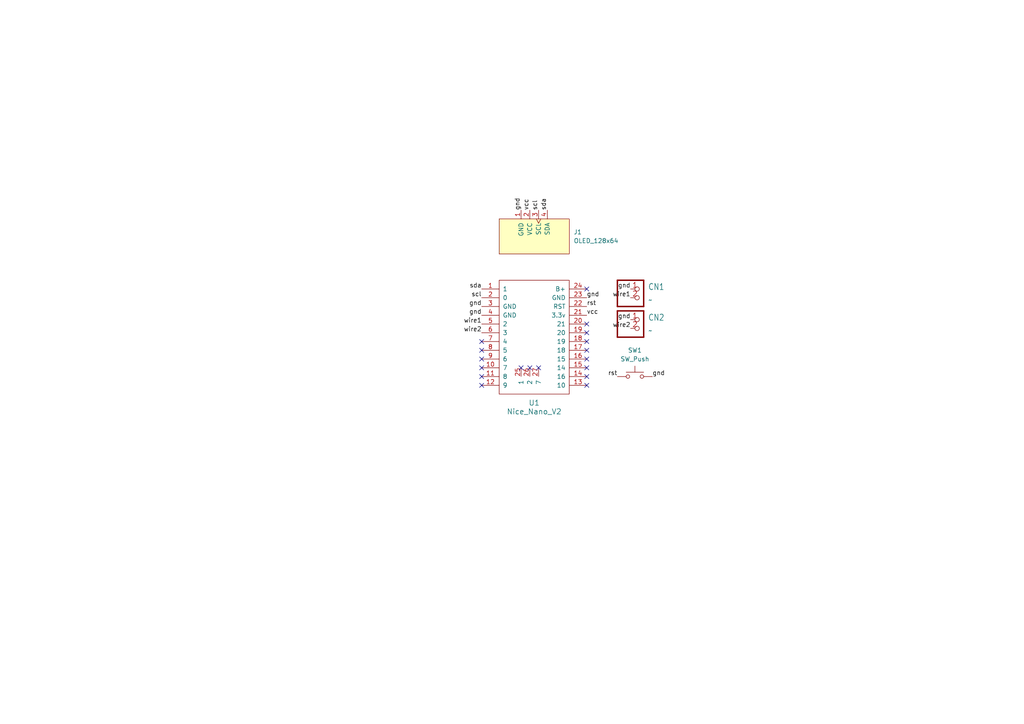
<source format=kicad_sch>
(kicad_sch
	(version 20250114)
	(generator "eeschema")
	(generator_version "9.0")
	(uuid "52272a0d-6122-4d84-a444-ef7548688311")
	(paper "A4")
	(lib_symbols
		(symbol "Adafruit USB C microlipo charger-eagle-import:JST_2PIN"
			(exclude_from_sim no)
			(in_bom yes)
			(on_board yes)
			(property "Reference" "CN"
				(at -6.35 5.715 0)
				(effects
					(font
						(size 1.778 1.5113)
					)
					(justify left bottom)
				)
			)
			(property "Value" ""
				(at -6.35 -5.08 0)
				(effects
					(font
						(size 1.778 1.5113)
					)
					(justify left bottom)
				)
			)
			(property "Footprint" "Adafruit USB C microlipo charger:JSTPH2"
				(at 0 0 0)
				(effects
					(font
						(size 1.27 1.27)
					)
					(hide yes)
				)
			)
			(property "Datasheet" ""
				(at 0 0 0)
				(effects
					(font
						(size 1.27 1.27)
					)
					(hide yes)
				)
			)
			(property "Description" "JST 2-Pin Right-Angle Connector\n\n• PH-Series - 4UConnector: 17311\n• SH-Series - 4UConnector: 07278"
				(at 0 0 0)
				(effects
					(font
						(size 1.27 1.27)
					)
					(hide yes)
				)
			)
			(property "ki_locked" ""
				(at 0 0 0)
				(effects
					(font
						(size 1.27 1.27)
					)
				)
			)
			(symbol "JST_2PIN_1_0"
				(polyline
					(pts
						(xy -6.35 5.08) (xy -6.35 -2.54)
					)
					(stroke
						(width 0.4064)
						(type solid)
					)
					(fill
						(type none)
					)
				)
				(polyline
					(pts
						(xy -6.35 -2.54) (xy 1.27 -2.54)
					)
					(stroke
						(width 0.4064)
						(type solid)
					)
					(fill
						(type none)
					)
				)
				(polyline
					(pts
						(xy 1.27 5.08) (xy -6.35 5.08)
					)
					(stroke
						(width 0.4064)
						(type solid)
					)
					(fill
						(type none)
					)
				)
				(polyline
					(pts
						(xy 1.27 -2.54) (xy 1.27 5.08)
					)
					(stroke
						(width 0.4064)
						(type solid)
					)
					(fill
						(type none)
					)
				)
				(pin passive inverted
					(at -2.54 2.54 0)
					(length 2.54)
					(name "1"
						(effects
							(font
								(size 0 0)
							)
						)
					)
					(number "1"
						(effects
							(font
								(size 1.524 1.524)
							)
						)
					)
				)
				(pin passive inverted
					(at -2.54 0 0)
					(length 2.54)
					(name "2"
						(effects
							(font
								(size 0 0)
							)
						)
					)
					(number "2"
						(effects
							(font
								(size 1.524 1.524)
							)
						)
					)
				)
			)
			(embedded_fonts no)
		)
		(symbol "ScottoKeebs:MCU_Nice_Nano_V2"
			(pin_names
				(offset 1.016)
			)
			(exclude_from_sim no)
			(in_bom yes)
			(on_board yes)
			(property "Reference" "U"
				(at 0 0 0)
				(effects
					(font
						(size 1.524 1.524)
					)
				)
			)
			(property "Value" "Nice_Nano_V2"
				(at 0 -19.05 0)
				(effects
					(font
						(size 1.524 1.524)
					)
				)
			)
			(property "Footprint" "ScottoKeebs_MCU:Nice_Nano_V2"
				(at 0 -22.86 0)
				(effects
					(font
						(size 1.524 1.524)
					)
					(hide yes)
				)
			)
			(property "Datasheet" ""
				(at 26.67 -63.5 90)
				(effects
					(font
						(size 1.524 1.524)
					)
					(hide yes)
				)
			)
			(property "Description" ""
				(at 0 0 0)
				(effects
					(font
						(size 1.27 1.27)
					)
					(hide yes)
				)
			)
			(symbol "MCU_Nice_Nano_V2_0_1"
				(rectangle
					(start -10.16 16.51)
					(end 10.16 -16.51)
					(stroke
						(width 0)
						(type solid)
					)
					(fill
						(type none)
					)
				)
			)
			(symbol "MCU_Nice_Nano_V2_1_1"
				(pin bidirectional line
					(at -15.24 13.97 0)
					(length 5.08)
					(name "1"
						(effects
							(font
								(size 1.27 1.27)
							)
						)
					)
					(number "1"
						(effects
							(font
								(size 1.27 1.27)
							)
						)
					)
				)
				(pin bidirectional line
					(at -15.24 11.43 0)
					(length 5.08)
					(name "0"
						(effects
							(font
								(size 1.27 1.27)
							)
						)
					)
					(number "2"
						(effects
							(font
								(size 1.27 1.27)
							)
						)
					)
				)
				(pin power_in line
					(at -15.24 8.89 0)
					(length 5.08)
					(name "GND"
						(effects
							(font
								(size 1.27 1.27)
							)
						)
					)
					(number "3"
						(effects
							(font
								(size 1.27 1.27)
							)
						)
					)
				)
				(pin power_in line
					(at -15.24 6.35 0)
					(length 5.08)
					(name "GND"
						(effects
							(font
								(size 1.27 1.27)
							)
						)
					)
					(number "4"
						(effects
							(font
								(size 1.27 1.27)
							)
						)
					)
				)
				(pin bidirectional line
					(at -15.24 3.81 0)
					(length 5.08)
					(name "2"
						(effects
							(font
								(size 1.27 1.27)
							)
						)
					)
					(number "5"
						(effects
							(font
								(size 1.27 1.27)
							)
						)
					)
				)
				(pin bidirectional line
					(at -15.24 1.27 0)
					(length 5.08)
					(name "3"
						(effects
							(font
								(size 1.27 1.27)
							)
						)
					)
					(number "6"
						(effects
							(font
								(size 1.27 1.27)
							)
						)
					)
				)
				(pin bidirectional line
					(at -15.24 -1.27 0)
					(length 5.08)
					(name "4"
						(effects
							(font
								(size 1.27 1.27)
							)
						)
					)
					(number "7"
						(effects
							(font
								(size 1.27 1.27)
							)
						)
					)
				)
				(pin bidirectional line
					(at -15.24 -3.81 0)
					(length 5.08)
					(name "5"
						(effects
							(font
								(size 1.27 1.27)
							)
						)
					)
					(number "8"
						(effects
							(font
								(size 1.27 1.27)
							)
						)
					)
				)
				(pin bidirectional line
					(at -15.24 -6.35 0)
					(length 5.08)
					(name "6"
						(effects
							(font
								(size 1.27 1.27)
							)
						)
					)
					(number "9"
						(effects
							(font
								(size 1.27 1.27)
							)
						)
					)
				)
				(pin bidirectional line
					(at -15.24 -8.89 0)
					(length 5.08)
					(name "7"
						(effects
							(font
								(size 1.27 1.27)
							)
						)
					)
					(number "10"
						(effects
							(font
								(size 1.27 1.27)
							)
						)
					)
				)
				(pin bidirectional line
					(at -15.24 -11.43 0)
					(length 5.08)
					(name "8"
						(effects
							(font
								(size 1.27 1.27)
							)
						)
					)
					(number "11"
						(effects
							(font
								(size 1.27 1.27)
							)
						)
					)
				)
				(pin bidirectional line
					(at -15.24 -13.97 0)
					(length 5.08)
					(name "9"
						(effects
							(font
								(size 1.27 1.27)
							)
						)
					)
					(number "12"
						(effects
							(font
								(size 1.27 1.27)
							)
						)
					)
				)
				(pin bidirectional line
					(at -3.81 -8.89 270)
					(length 2.5)
					(name "1"
						(effects
							(font
								(size 1.27 1.27)
							)
						)
					)
					(number "25"
						(effects
							(font
								(size 1.27 1.27)
							)
						)
					)
				)
				(pin bidirectional line
					(at -1.27 -8.89 270)
					(length 2.5)
					(name "2"
						(effects
							(font
								(size 1.27 1.27)
							)
						)
					)
					(number "26"
						(effects
							(font
								(size 1.27 1.27)
							)
						)
					)
				)
				(pin bidirectional line
					(at 1.27 -8.89 270)
					(length 2.5)
					(name "7"
						(effects
							(font
								(size 1.27 1.27)
							)
						)
					)
					(number "27"
						(effects
							(font
								(size 1.27 1.27)
							)
						)
					)
				)
				(pin power_in line
					(at 15.24 13.97 180)
					(length 5.08)
					(name "B+"
						(effects
							(font
								(size 1.27 1.27)
							)
						)
					)
					(number "24"
						(effects
							(font
								(size 1.27 1.27)
							)
						)
					)
				)
				(pin power_in line
					(at 15.24 11.43 180)
					(length 5.08)
					(name "GND"
						(effects
							(font
								(size 1.27 1.27)
							)
						)
					)
					(number "23"
						(effects
							(font
								(size 1.27 1.27)
							)
						)
					)
				)
				(pin input line
					(at 15.24 8.89 180)
					(length 5.08)
					(name "RST"
						(effects
							(font
								(size 1.27 1.27)
							)
						)
					)
					(number "22"
						(effects
							(font
								(size 1.27 1.27)
							)
						)
					)
				)
				(pin power_out line
					(at 15.24 6.35 180)
					(length 5.08)
					(name "3.3v"
						(effects
							(font
								(size 1.27 1.27)
							)
						)
					)
					(number "21"
						(effects
							(font
								(size 1.27 1.27)
							)
						)
					)
				)
				(pin bidirectional line
					(at 15.24 3.81 180)
					(length 5.08)
					(name "21"
						(effects
							(font
								(size 1.27 1.27)
							)
						)
					)
					(number "20"
						(effects
							(font
								(size 1.27 1.27)
							)
						)
					)
				)
				(pin bidirectional line
					(at 15.24 1.27 180)
					(length 5.08)
					(name "20"
						(effects
							(font
								(size 1.27 1.27)
							)
						)
					)
					(number "19"
						(effects
							(font
								(size 1.27 1.27)
							)
						)
					)
				)
				(pin bidirectional line
					(at 15.24 -1.27 180)
					(length 5.08)
					(name "19"
						(effects
							(font
								(size 1.27 1.27)
							)
						)
					)
					(number "18"
						(effects
							(font
								(size 1.27 1.27)
							)
						)
					)
				)
				(pin bidirectional line
					(at 15.24 -3.81 180)
					(length 5.08)
					(name "18"
						(effects
							(font
								(size 1.27 1.27)
							)
						)
					)
					(number "17"
						(effects
							(font
								(size 1.27 1.27)
							)
						)
					)
				)
				(pin bidirectional line
					(at 15.24 -6.35 180)
					(length 5.08)
					(name "15"
						(effects
							(font
								(size 1.27 1.27)
							)
						)
					)
					(number "16"
						(effects
							(font
								(size 1.27 1.27)
							)
						)
					)
				)
				(pin bidirectional line
					(at 15.24 -8.89 180)
					(length 5.08)
					(name "14"
						(effects
							(font
								(size 1.27 1.27)
							)
						)
					)
					(number "15"
						(effects
							(font
								(size 1.27 1.27)
							)
						)
					)
				)
				(pin bidirectional line
					(at 15.24 -11.43 180)
					(length 5.08)
					(name "16"
						(effects
							(font
								(size 1.27 1.27)
							)
						)
					)
					(number "14"
						(effects
							(font
								(size 1.27 1.27)
							)
						)
					)
				)
				(pin bidirectional line
					(at 15.24 -13.97 180)
					(length 5.08)
					(name "10"
						(effects
							(font
								(size 1.27 1.27)
							)
						)
					)
					(number "13"
						(effects
							(font
								(size 1.27 1.27)
							)
						)
					)
				)
			)
			(embedded_fonts no)
		)
		(symbol "ScottoKeebs:OLED_128x64"
			(pin_names
				(offset 1.016)
			)
			(exclude_from_sim no)
			(in_bom yes)
			(on_board yes)
			(property "Reference" "J"
				(at 0 -11.43 0)
				(effects
					(font
						(size 1.27 1.27)
					)
				)
			)
			(property "Value" "OLED_128x64"
				(at 0 -7.62 0)
				(effects
					(font
						(size 1.27 1.27)
					)
				)
			)
			(property "Footprint" "ScottoKeebs_Components:OLED_128x64"
				(at 0 -13.97 0)
				(effects
					(font
						(size 1.27 1.27)
					)
					(hide yes)
				)
			)
			(property "Datasheet" ""
				(at 1.27 0 90)
				(effects
					(font
						(size 1.27 1.27)
					)
					(hide yes)
				)
			)
			(property "Description" ""
				(at 0 0 0)
				(effects
					(font
						(size 1.27 1.27)
					)
					(hide yes)
				)
			)
			(symbol "OLED_128x64_0_1"
				(rectangle
					(start 10.16 -10.16)
					(end -10.16 0)
					(stroke
						(width 0)
						(type default)
					)
					(fill
						(type background)
					)
				)
			)
			(symbol "OLED_128x64_1_1"
				(pin power_in line
					(at -3.81 2.54 270)
					(length 2.54)
					(name "GND"
						(effects
							(font
								(size 1.27 1.27)
							)
						)
					)
					(number "1"
						(effects
							(font
								(size 1.27 1.27)
							)
						)
					)
				)
				(pin power_in line
					(at -1.27 2.54 270)
					(length 2.54)
					(name "VCC"
						(effects
							(font
								(size 1.27 1.27)
							)
						)
					)
					(number "2"
						(effects
							(font
								(size 1.27 1.27)
							)
						)
					)
				)
				(pin input clock
					(at 1.27 2.54 270)
					(length 2.54)
					(name "SCL"
						(effects
							(font
								(size 1.27 1.27)
							)
						)
					)
					(number "3"
						(effects
							(font
								(size 1.27 1.27)
							)
						)
					)
				)
				(pin bidirectional line
					(at 3.81 2.54 270)
					(length 2.54)
					(name "SDA"
						(effects
							(font
								(size 1.27 1.27)
							)
						)
					)
					(number "4"
						(effects
							(font
								(size 1.27 1.27)
							)
						)
					)
				)
			)
			(embedded_fonts no)
		)
		(symbol "Switch:SW_Push"
			(pin_numbers
				(hide yes)
			)
			(pin_names
				(offset 1.016)
				(hide yes)
			)
			(exclude_from_sim no)
			(in_bom yes)
			(on_board yes)
			(property "Reference" "SW"
				(at 1.27 2.54 0)
				(effects
					(font
						(size 1.27 1.27)
					)
					(justify left)
				)
			)
			(property "Value" "SW_Push"
				(at 0 -1.524 0)
				(effects
					(font
						(size 1.27 1.27)
					)
				)
			)
			(property "Footprint" ""
				(at 0 5.08 0)
				(effects
					(font
						(size 1.27 1.27)
					)
					(hide yes)
				)
			)
			(property "Datasheet" "~"
				(at 0 5.08 0)
				(effects
					(font
						(size 1.27 1.27)
					)
					(hide yes)
				)
			)
			(property "Description" "Push button switch, generic, two pins"
				(at 0 0 0)
				(effects
					(font
						(size 1.27 1.27)
					)
					(hide yes)
				)
			)
			(property "ki_keywords" "switch normally-open pushbutton push-button"
				(at 0 0 0)
				(effects
					(font
						(size 1.27 1.27)
					)
					(hide yes)
				)
			)
			(symbol "SW_Push_0_1"
				(circle
					(center -2.032 0)
					(radius 0.508)
					(stroke
						(width 0)
						(type default)
					)
					(fill
						(type none)
					)
				)
				(polyline
					(pts
						(xy 0 1.27) (xy 0 3.048)
					)
					(stroke
						(width 0)
						(type default)
					)
					(fill
						(type none)
					)
				)
				(circle
					(center 2.032 0)
					(radius 0.508)
					(stroke
						(width 0)
						(type default)
					)
					(fill
						(type none)
					)
				)
				(polyline
					(pts
						(xy 2.54 1.27) (xy -2.54 1.27)
					)
					(stroke
						(width 0)
						(type default)
					)
					(fill
						(type none)
					)
				)
				(pin passive line
					(at -5.08 0 0)
					(length 2.54)
					(name "1"
						(effects
							(font
								(size 1.27 1.27)
							)
						)
					)
					(number "1"
						(effects
							(font
								(size 1.27 1.27)
							)
						)
					)
				)
				(pin passive line
					(at 5.08 0 180)
					(length 2.54)
					(name "2"
						(effects
							(font
								(size 1.27 1.27)
							)
						)
					)
					(number "2"
						(effects
							(font
								(size 1.27 1.27)
							)
						)
					)
				)
			)
			(embedded_fonts no)
		)
	)
	(no_connect
		(at 170.18 99.06)
		(uuid "0e60054c-f12e-4a30-91db-9eb784b45cc3")
	)
	(no_connect
		(at 153.67 106.68)
		(uuid "479881b8-7bbf-4668-b514-299972d0d76d")
	)
	(no_connect
		(at 151.13 106.68)
		(uuid "4c0fae49-0271-4f49-8ac2-69cec76eee9a")
	)
	(no_connect
		(at 170.18 109.22)
		(uuid "4d9f9db8-f3e6-4422-9992-0f04eb92525a")
	)
	(no_connect
		(at 139.7 109.22)
		(uuid "56531549-0407-4da1-903b-fbc1c2d17596")
	)
	(no_connect
		(at 139.7 106.68)
		(uuid "5e237297-32c4-4d15-bc8e-752864d593bb")
	)
	(no_connect
		(at 170.18 111.76)
		(uuid "638fef81-a1e7-45cf-b650-4f8eac1b0908")
	)
	(no_connect
		(at 139.7 101.6)
		(uuid "6daa6924-08c2-4799-a0bb-d87baa887fdd")
	)
	(no_connect
		(at 170.18 106.68)
		(uuid "7c374586-84b9-4dcf-80d2-223ef5e438ce")
	)
	(no_connect
		(at 139.7 104.14)
		(uuid "7db381a8-7341-4e00-bbe6-bc5cf18a6269")
	)
	(no_connect
		(at 139.7 111.76)
		(uuid "8f10e790-bf3e-43fc-ab8e-8cf9345c7c14")
	)
	(no_connect
		(at 139.7 99.06)
		(uuid "94dfe067-35dc-4752-9684-f203d4a0f8f6")
	)
	(no_connect
		(at 170.18 83.82)
		(uuid "ce138148-aa59-4800-b595-f9b73300ad2f")
	)
	(no_connect
		(at 170.18 96.52)
		(uuid "d03ea0d6-19ed-4e2c-a63e-e54fa52727b8")
	)
	(no_connect
		(at 170.18 104.14)
		(uuid "e4f9972e-9df5-4023-a232-7a8ec6d23253")
	)
	(no_connect
		(at 170.18 93.98)
		(uuid "e9d9784e-9e57-4a75-8526-8aa049a11f2b")
	)
	(no_connect
		(at 156.21 106.68)
		(uuid "eec85138-b60c-4464-80df-5a168f068237")
	)
	(no_connect
		(at 170.18 101.6)
		(uuid "fea12935-e473-4116-871b-1fa6e9fc696c")
	)
	(label "wire1"
		(at 182.88 86.36 180)
		(effects
			(font
				(size 1.27 1.27)
			)
			(justify right bottom)
		)
		(uuid "0097199b-619e-4629-b8d5-5c14945f8ac5")
	)
	(label "rst"
		(at 179.07 109.22 180)
		(effects
			(font
				(size 1.27 1.27)
			)
			(justify right bottom)
		)
		(uuid "14de4352-9967-41fd-8d37-256c9baa5b62")
	)
	(label "wire1"
		(at 139.7 93.98 180)
		(effects
			(font
				(size 1.27 1.27)
			)
			(justify right bottom)
		)
		(uuid "22364c7f-e5c8-4da7-b371-1b52d598d666")
	)
	(label "gnd"
		(at 139.7 88.9 180)
		(effects
			(font
				(size 1.27 1.27)
			)
			(justify right bottom)
		)
		(uuid "2c8f5f09-0ac8-4aaf-825a-38af629005cf")
	)
	(label "gnd"
		(at 139.7 91.44 180)
		(effects
			(font
				(size 1.27 1.27)
			)
			(justify right bottom)
		)
		(uuid "35f57e2b-9f36-4d08-9a21-3ac408322ef1")
	)
	(label "sda"
		(at 139.7 83.82 180)
		(effects
			(font
				(size 1.27 1.27)
			)
			(justify right bottom)
		)
		(uuid "3fc1c625-8429-401b-9a04-16470ee0488f")
	)
	(label "vcc"
		(at 153.67 60.96 90)
		(effects
			(font
				(size 1.27 1.27)
			)
			(justify left bottom)
		)
		(uuid "43102272-7a49-4473-8ee7-bd15b12fbb28")
	)
	(label "rst"
		(at 170.18 88.9 0)
		(effects
			(font
				(size 1.27 1.27)
			)
			(justify left bottom)
		)
		(uuid "5480c05a-65b3-4fc8-9fe9-75d6651b4ea6")
	)
	(label "gnd"
		(at 170.18 86.36 0)
		(effects
			(font
				(size 1.27 1.27)
			)
			(justify left bottom)
		)
		(uuid "654d528f-374b-4f76-8e81-e8c055bd3466")
	)
	(label "gnd"
		(at 182.88 83.82 180)
		(effects
			(font
				(size 1.27 1.27)
			)
			(justify right bottom)
		)
		(uuid "97361fd9-34a8-4b5b-bd6d-949812c95a4c")
	)
	(label "gnd"
		(at 182.88 92.71 180)
		(effects
			(font
				(size 1.27 1.27)
			)
			(justify right bottom)
		)
		(uuid "a99994d1-e680-4b66-b10e-b6afb5f342b0")
	)
	(label "wire2"
		(at 139.7 96.52 180)
		(effects
			(font
				(size 1.27 1.27)
			)
			(justify right bottom)
		)
		(uuid "b6b7432b-1f42-46fe-aa7b-dea8945d911b")
	)
	(label "gnd"
		(at 189.23 109.22 0)
		(effects
			(font
				(size 1.27 1.27)
			)
			(justify left bottom)
		)
		(uuid "cc36ce47-7d4d-4367-b00a-9ebfeb0100a0")
	)
	(label "scl"
		(at 156.21 60.96 90)
		(effects
			(font
				(size 1.27 1.27)
			)
			(justify left bottom)
		)
		(uuid "cefa1b96-3b64-42eb-bea7-5ef0c64d2a55")
	)
	(label "wire2"
		(at 182.88 95.25 180)
		(effects
			(font
				(size 1.27 1.27)
			)
			(justify right bottom)
		)
		(uuid "d8a174ab-0e0c-46b6-af0d-6a6f173ec64f")
	)
	(label "gnd"
		(at 151.13 60.96 90)
		(effects
			(font
				(size 1.27 1.27)
			)
			(justify left bottom)
		)
		(uuid "ea9a66c3-b238-4db4-accb-9cff2c990626")
	)
	(label "sda"
		(at 158.75 60.96 90)
		(effects
			(font
				(size 1.27 1.27)
			)
			(justify left bottom)
		)
		(uuid "f922ee08-f799-4bec-88de-0596998723e7")
	)
	(label "scl"
		(at 139.7 86.36 180)
		(effects
			(font
				(size 1.27 1.27)
			)
			(justify right bottom)
		)
		(uuid "fd8dc7e7-29ea-48dc-afa4-a0ecbaa9ff1d")
	)
	(label "vcc"
		(at 170.18 91.44 0)
		(effects
			(font
				(size 1.27 1.27)
			)
			(justify left bottom)
		)
		(uuid "fee5830e-495a-49cf-876a-877179eb774f")
	)
	(symbol
		(lib_id "ScottoKeebs:OLED_128x64")
		(at 154.94 63.5 0)
		(unit 1)
		(exclude_from_sim no)
		(in_bom yes)
		(on_board yes)
		(dnp no)
		(fields_autoplaced yes)
		(uuid "08363ddc-d925-44d7-ba8c-8e6fd071f596")
		(property "Reference" "J1"
			(at 166.37 67.3099 0)
			(effects
				(font
					(size 1.27 1.27)
				)
				(justify left)
			)
		)
		(property "Value" "OLED_128x64"
			(at 166.37 69.8499 0)
			(effects
				(font
					(size 1.27 1.27)
				)
				(justify left)
			)
		)
		(property "Footprint" "ScottoKeebs_Components:OLED_128x64"
			(at 154.94 77.47 0)
			(effects
				(font
					(size 1.27 1.27)
				)
				(hide yes)
			)
		)
		(property "Datasheet" ""
			(at 156.21 63.5 90)
			(effects
				(font
					(size 1.27 1.27)
				)
				(hide yes)
			)
		)
		(property "Description" ""
			(at 154.94 63.5 0)
			(effects
				(font
					(size 1.27 1.27)
				)
				(hide yes)
			)
		)
		(pin "1"
			(uuid "1daa4fdb-3475-4778-b2ff-42aaba5e883b")
		)
		(pin "4"
			(uuid "5cc6d10e-b3fe-4698-b7bf-92cc51430afe")
		)
		(pin "3"
			(uuid "44ec1850-dbf8-4927-ad12-54ba80c63fd8")
		)
		(pin "2"
			(uuid "eaca2337-9a91-4402-be91-c920540a2807")
		)
		(instances
			(project ""
				(path "/52272a0d-6122-4d84-a444-ef7548688311"
					(reference "J1")
					(unit 1)
				)
			)
		)
	)
	(symbol
		(lib_id "Adafruit USB C microlipo charger-eagle-import:JST_2PIN")
		(at 185.42 95.25 0)
		(unit 1)
		(exclude_from_sim no)
		(in_bom yes)
		(on_board yes)
		(dnp no)
		(fields_autoplaced yes)
		(uuid "4d83dcfd-8f5a-4f94-9233-a433cf340492")
		(property "Reference" "CN2"
			(at 187.96 92.075 0)
			(effects
				(font
					(size 1.778 1.5113)
				)
				(justify left)
			)
		)
		(property "Value" "~"
			(at 187.96 95.885 0)
			(effects
				(font
					(size 1.778 1.5113)
				)
				(justify left)
			)
		)
		(property "Footprint" "Connector_JST:JST_PH_S2B-PH-SM4-TB_1x02-1MP_P2.00mm_Horizontal"
			(at 185.42 95.25 0)
			(effects
				(font
					(size 1.27 1.27)
				)
				(hide yes)
			)
		)
		(property "Datasheet" ""
			(at 185.42 95.25 0)
			(effects
				(font
					(size 1.27 1.27)
				)
				(hide yes)
			)
		)
		(property "Description" "JST 2-Pin Right-Angle Connector\n\n• PH-Series - 4UConnector: 17311\n• SH-Series - 4UConnector: 07278"
			(at 185.42 95.25 0)
			(effects
				(font
					(size 1.27 1.27)
				)
				(hide yes)
			)
		)
		(pin "1"
			(uuid "361bf949-454c-413d-b52b-28954c434263")
		)
		(pin "2"
			(uuid "0cd500cb-6f74-44ce-b318-81ed9f23ee7f")
		)
		(instances
			(project ""
				(path "/52272a0d-6122-4d84-a444-ef7548688311"
					(reference "CN2")
					(unit 1)
				)
			)
		)
	)
	(symbol
		(lib_id "ScottoKeebs:MCU_Nice_Nano_V2")
		(at 154.94 97.79 0)
		(unit 1)
		(exclude_from_sim no)
		(in_bom yes)
		(on_board yes)
		(dnp no)
		(fields_autoplaced yes)
		(uuid "51a43808-8914-47aa-b67d-13360e2f5cce")
		(property "Reference" "U1"
			(at 154.94 116.84 0)
			(effects
				(font
					(size 1.524 1.524)
				)
			)
		)
		(property "Value" "Nice_Nano_V2"
			(at 154.94 119.38 0)
			(effects
				(font
					(size 1.524 1.524)
				)
			)
		)
		(property "Footprint" "ScottoKeebs_MCU:Nice_Nano_V2"
			(at 154.94 120.65 0)
			(effects
				(font
					(size 1.524 1.524)
				)
				(hide yes)
			)
		)
		(property "Datasheet" ""
			(at 181.61 161.29 90)
			(effects
				(font
					(size 1.524 1.524)
				)
				(hide yes)
			)
		)
		(property "Description" ""
			(at 154.94 97.79 0)
			(effects
				(font
					(size 1.27 1.27)
				)
				(hide yes)
			)
		)
		(pin "2"
			(uuid "670fc1bd-bc67-4b6a-bcb0-4451561ed5d2")
		)
		(pin "7"
			(uuid "32f3ac2b-1c80-41fc-af67-89d46616ad51")
		)
		(pin "20"
			(uuid "d405ea35-2ec6-4129-aa07-6988becce63f")
		)
		(pin "8"
			(uuid "82a0faf5-4ae0-4748-aebf-48f01fa34d96")
		)
		(pin "15"
			(uuid "ee0628ab-55c4-4903-b763-21dba5c5a864")
		)
		(pin "27"
			(uuid "d5b5565c-7a41-48f5-95fb-7463c5f7b329")
		)
		(pin "9"
			(uuid "8088d9b9-2031-427d-af80-8323b58c0ba3")
		)
		(pin "24"
			(uuid "b1c605f6-cf77-4d9c-b0c6-8d0fe067ce41")
		)
		(pin "10"
			(uuid "8863cc87-feb3-499f-99f4-c66591cfd58f")
		)
		(pin "5"
			(uuid "488fd0e6-6c05-4df8-9dc1-61f472c46971")
		)
		(pin "6"
			(uuid "6fdb64f2-b2d2-4515-a02f-0449ab6c4db9")
		)
		(pin "26"
			(uuid "0b08e636-1a79-414f-b923-9979c46e3952")
		)
		(pin "21"
			(uuid "17f4a796-069d-42ca-bb42-601fcbba8eb7")
		)
		(pin "25"
			(uuid "1ba40f43-4763-421f-b3ca-bfdef0b3e0ab")
		)
		(pin "22"
			(uuid "116cef96-eca6-4600-9788-86cbbc8a65fe")
		)
		(pin "19"
			(uuid "7eb6d206-d7bf-4a0d-822b-c39e27d0269c")
		)
		(pin "3"
			(uuid "2413c2c8-ecd7-4dad-8621-3fd86f3c8196")
		)
		(pin "17"
			(uuid "a1cc0494-3d65-46db-b267-2db3d75f1b99")
		)
		(pin "18"
			(uuid "82738279-b1bf-4fdf-a3e1-ecb2a0a57bb5")
		)
		(pin "4"
			(uuid "9785aacd-8f8a-43ca-bfa4-9a739bd2d2a3")
		)
		(pin "23"
			(uuid "f42569c3-779b-4fa7-b979-aade1685b1ee")
		)
		(pin "1"
			(uuid "f5ab2769-f292-462c-bb41-7de0b4b1cb4f")
		)
		(pin "11"
			(uuid "34209698-fb85-4290-9331-d60e902eee71")
		)
		(pin "16"
			(uuid "7f08bb4f-52d4-4bdb-81a0-20a78c23e71e")
		)
		(pin "12"
			(uuid "b34aa6f5-c408-4811-be0c-bd796a75fd31")
		)
		(pin "14"
			(uuid "22e38db1-3d22-46a9-8125-7209768abbdb")
		)
		(pin "13"
			(uuid "8edb2d7a-2b0a-4b6f-89cd-e21d6d9d4376")
		)
		(instances
			(project ""
				(path "/52272a0d-6122-4d84-a444-ef7548688311"
					(reference "U1")
					(unit 1)
				)
			)
		)
	)
	(symbol
		(lib_id "Adafruit USB C microlipo charger-eagle-import:JST_2PIN")
		(at 185.42 86.36 0)
		(unit 1)
		(exclude_from_sim no)
		(in_bom yes)
		(on_board yes)
		(dnp no)
		(fields_autoplaced yes)
		(uuid "75563624-3992-44f4-9197-d604d3c2edab")
		(property "Reference" "CN1"
			(at 187.96 83.185 0)
			(effects
				(font
					(size 1.778 1.5113)
				)
				(justify left)
			)
		)
		(property "Value" "~"
			(at 187.96 86.995 0)
			(effects
				(font
					(size 1.778 1.5113)
				)
				(justify left)
			)
		)
		(property "Footprint" "Connector_JST:JST_PH_S2B-PH-SM4-TB_1x02-1MP_P2.00mm_Horizontal"
			(at 185.42 86.36 0)
			(effects
				(font
					(size 1.27 1.27)
				)
				(hide yes)
			)
		)
		(property "Datasheet" ""
			(at 185.42 86.36 0)
			(effects
				(font
					(size 1.27 1.27)
				)
				(hide yes)
			)
		)
		(property "Description" "JST 2-Pin Right-Angle Connector\n\n• PH-Series - 4UConnector: 17311\n• SH-Series - 4UConnector: 07278"
			(at 185.42 86.36 0)
			(effects
				(font
					(size 1.27 1.27)
				)
				(hide yes)
			)
		)
		(pin "1"
			(uuid "361bf949-454c-413d-b52b-28954c434264")
		)
		(pin "2"
			(uuid "0cd500cb-6f74-44ce-b318-81ed9f23ee80")
		)
		(instances
			(project ""
				(path "/52272a0d-6122-4d84-a444-ef7548688311"
					(reference "CN1")
					(unit 1)
				)
			)
		)
	)
	(symbol
		(lib_id "Switch:SW_Push")
		(at 184.15 109.22 0)
		(unit 1)
		(exclude_from_sim no)
		(in_bom yes)
		(on_board yes)
		(dnp no)
		(fields_autoplaced yes)
		(uuid "b07c2ede-3d4f-471e-93fc-e35104871b87")
		(property "Reference" "SW1"
			(at 184.15 101.6 0)
			(effects
				(font
					(size 1.27 1.27)
				)
			)
		)
		(property "Value" "SW_Push"
			(at 184.15 104.14 0)
			(effects
				(font
					(size 1.27 1.27)
				)
			)
		)
		(property "Footprint" "Custom Switches:Generic 2 Pin Horizontal"
			(at 184.15 104.14 0)
			(effects
				(font
					(size 1.27 1.27)
				)
				(hide yes)
			)
		)
		(property "Datasheet" "~"
			(at 184.15 104.14 0)
			(effects
				(font
					(size 1.27 1.27)
				)
				(hide yes)
			)
		)
		(property "Description" "Push button switch, generic, two pins"
			(at 184.15 109.22 0)
			(effects
				(font
					(size 1.27 1.27)
				)
				(hide yes)
			)
		)
		(pin "2"
			(uuid "2e6318c7-3b50-4794-8e6c-fd4a9701622b")
		)
		(pin "1"
			(uuid "bde8e9d6-6c45-4213-a307-6fd33951acae")
		)
		(instances
			(project ""
				(path "/52272a0d-6122-4d84-a444-ef7548688311"
					(reference "SW1")
					(unit 1)
				)
			)
		)
	)
	(sheet_instances
		(path "/"
			(page "1")
		)
	)
	(embedded_fonts no)
)

</source>
